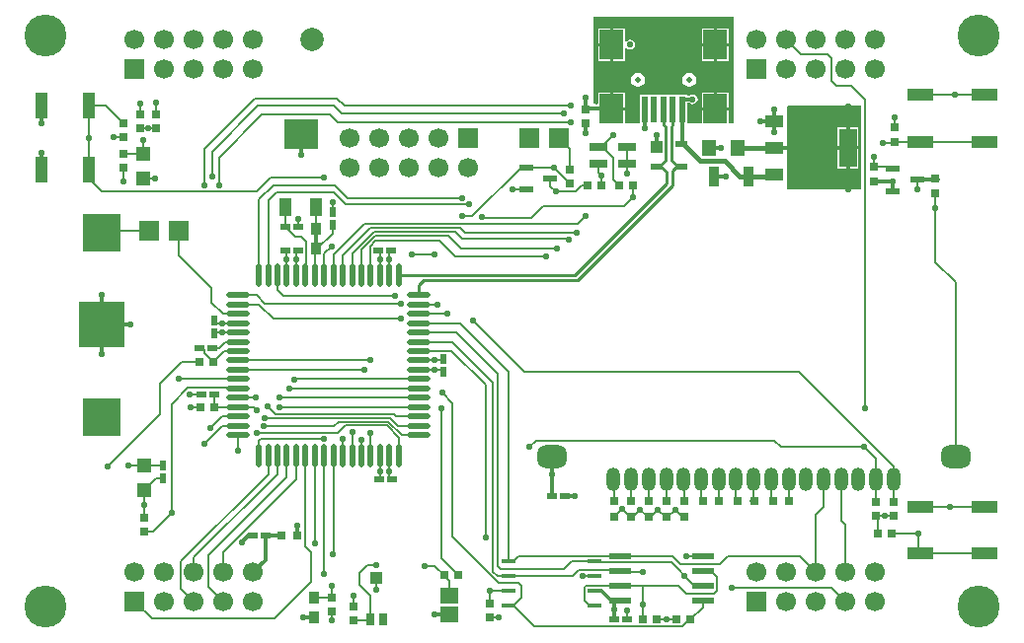
<source format=gtl>
%FSLAX43Y43*%
%MOMM*%
G71*
G01*
G75*
G04 Layer_Physical_Order=1*
G04 Layer_Color=255*
%ADD10R,0.762X0.762*%
%ADD11R,0.762X0.762*%
%ADD12R,1.200X1.200*%
%ADD13O,0.550X2.000*%
%ADD14O,2.000X0.550*%
%ADD15R,0.950X1.000*%
%ADD16R,3.200X3.200*%
%ADD17R,4.000X4.000*%
%ADD18R,1.500X0.800*%
%ADD19R,0.650X0.800*%
%ADD20R,0.600X0.900*%
%ADD21R,1.000X1.000*%
%ADD22R,0.800X1.000*%
%ADD23R,0.900X0.600*%
%ADD24R,0.700X0.700*%
%ADD25R,0.800X0.650*%
%ADD26R,1.300X0.600*%
%ADD27R,1.500X0.990*%
%ADD28R,1.500X3.280*%
%ADD29R,0.500X2.300*%
%ADD30R,2.000X2.500*%
%ADD31R,1.100X0.600*%
%ADD32R,1.100X1.000*%
%ADD33R,0.950X1.750*%
%ADD34R,1.000X1.600*%
%ADD35R,3.000X2.500*%
%ADD36R,1.950X0.600*%
%ADD37R,1.500X1.350*%
%ADD38R,1.150X1.350*%
%ADD39R,1.000X2.250*%
%ADD40R,1.300X0.450*%
%ADD41R,2.250X1.000*%
%ADD42C,0.175*%
%ADD43C,0.350*%
%ADD44C,0.400*%
%ADD45C,0.300*%
%ADD46C,0.229*%
%ADD47C,0.200*%
%ADD48R,0.300X0.900*%
%ADD49C,1.700*%
%ADD50R,1.700X1.700*%
%ADD51C,0.500*%
%ADD52C,3.600*%
%ADD53C,2.000*%
%ADD54O,1.200X2.000*%
G04:AMPARAMS|DCode=55|XSize=2.5mm|YSize=2mm|CornerRadius=0.7mm|HoleSize=0mm|Usage=FLASHONLY|Rotation=0.000|XOffset=0mm|YOffset=0mm|HoleType=Round|Shape=RoundedRectangle|*
%AMROUNDEDRECTD55*
21,1,2.500,0.600,0,0,0.0*
21,1,1.100,2.000,0,0,0.0*
1,1,1.400,0.550,-0.300*
1,1,1.400,-0.550,-0.300*
1,1,1.400,-0.550,0.300*
1,1,1.400,0.550,0.300*
%
%ADD55ROUNDEDRECTD55*%
%ADD56C,0.550*%
G36*
X61500Y44000D02*
X61500Y44000D01*
X61500Y44000D01*
X61100D01*
Y45123D01*
X58800D01*
Y44000D01*
X57500D01*
Y45744D01*
X57731D01*
X57834Y45675D01*
X58000Y45642D01*
X58166Y45675D01*
X58306Y45769D01*
X58400Y45909D01*
X58433Y46075D01*
X58400Y46241D01*
X58306Y46381D01*
X58166Y46475D01*
X58000Y46508D01*
X57834Y46475D01*
X57731Y46406D01*
X57500D01*
Y46450D01*
X55900D01*
D01*
X55900Y46450D01*
X55900D01*
Y46450D01*
D01*
X55100D01*
D01*
X55100Y46450D01*
X55100D01*
Y46450D01*
D01*
X53500D01*
Y44000D01*
X52200D01*
Y45123D01*
X51050D01*
Y45250D01*
X50923D01*
Y46650D01*
X49900D01*
Y45670D01*
X49788Y45610D01*
X49691Y45675D01*
X49525Y45708D01*
X49500Y45729D01*
X49500Y53125D01*
X49500Y53125D01*
X61500D01*
Y44000D01*
D02*
G37*
G36*
X72475Y38298D02*
X66125D01*
Y45482D01*
X66140Y45498D01*
X72475D01*
Y38298D01*
D02*
G37*
%LPC*%
G36*
X52200Y46650D02*
X51177D01*
Y45377D01*
X52200D01*
Y46650D01*
D02*
G37*
G36*
X59823D02*
X58800D01*
Y45377D01*
X59823D01*
Y46650D01*
D02*
G37*
G36*
X61100D02*
X60077D01*
Y45377D01*
X61100D01*
Y46650D01*
D02*
G37*
G36*
X72200Y41763D02*
X71427D01*
Y40100D01*
X72200D01*
Y41763D01*
D02*
G37*
G36*
X71173D02*
X70400D01*
Y40100D01*
X71173D01*
Y41763D01*
D02*
G37*
G36*
X72200Y43680D02*
X71427D01*
Y42017D01*
X72200D01*
Y43680D01*
D02*
G37*
G36*
X71173D02*
X70400D01*
Y42017D01*
X71173D01*
Y43680D01*
D02*
G37*
G36*
X50923Y52150D02*
X49900D01*
Y50877D01*
X50923D01*
Y52150D01*
D02*
G37*
G36*
X52200D02*
X51177D01*
Y50750D01*
Y49350D01*
X52200D01*
Y50440D01*
X52322Y50477D01*
X52344Y50444D01*
X52484Y50350D01*
X52650Y50317D01*
X52816Y50350D01*
X52956Y50444D01*
X53050Y50584D01*
X53083Y50750D01*
X53050Y50916D01*
X52956Y51056D01*
X52816Y51150D01*
X52650Y51183D01*
X52484Y51150D01*
X52344Y51056D01*
X52322Y51023D01*
X52200Y51060D01*
Y52150D01*
D02*
G37*
G36*
X61100D02*
X60077D01*
Y50877D01*
X61100D01*
Y52150D01*
D02*
G37*
G36*
X59823D02*
X58800D01*
Y50877D01*
X59823D01*
Y52150D01*
D02*
G37*
G36*
X61100Y50623D02*
X60077D01*
Y49350D01*
X61100D01*
Y50623D01*
D02*
G37*
G36*
X57700Y48362D02*
X57466Y48315D01*
X57267Y48183D01*
X57135Y47984D01*
X57088Y47750D01*
X57135Y47516D01*
X57267Y47317D01*
X57466Y47185D01*
X57700Y47138D01*
X57934Y47185D01*
X58133Y47317D01*
X58265Y47516D01*
X58312Y47750D01*
X58265Y47984D01*
X58133Y48183D01*
X57934Y48315D01*
X57700Y48362D01*
D02*
G37*
G36*
X53300D02*
X53066Y48315D01*
X52867Y48183D01*
X52735Y47984D01*
X52688Y47750D01*
X52735Y47516D01*
X52867Y47317D01*
X53066Y47185D01*
X53300Y47138D01*
X53534Y47185D01*
X53733Y47317D01*
X53865Y47516D01*
X53912Y47750D01*
X53865Y47984D01*
X53733Y48183D01*
X53534Y48315D01*
X53300Y48362D01*
D02*
G37*
G36*
X59823Y50623D02*
X58800D01*
Y49350D01*
X59823D01*
Y50623D01*
D02*
G37*
G36*
X50923D02*
X49900D01*
Y49350D01*
X50923D01*
Y50623D01*
D02*
G37*
%LPD*%
D10*
X64875Y11600D02*
D03*
X66272D02*
D03*
X60272D02*
D03*
X58875D02*
D03*
X61875D02*
D03*
X63272D02*
D03*
D11*
X57250Y10203D02*
D03*
Y11600D02*
D03*
X55750D02*
D03*
Y10203D02*
D03*
X54250D02*
D03*
Y11600D02*
D03*
X52750D02*
D03*
Y10203D02*
D03*
X51250Y10206D02*
D03*
Y11603D02*
D03*
D12*
X10930Y14600D02*
D03*
Y12500D02*
D03*
X10900Y41350D02*
D03*
Y39250D02*
D03*
D13*
X20800Y15500D02*
D03*
X21600D02*
D03*
X22400D02*
D03*
X23200D02*
D03*
X24000D02*
D03*
X24800D02*
D03*
X25600D02*
D03*
X26400D02*
D03*
X27200D02*
D03*
X28000D02*
D03*
X28800D02*
D03*
X29600D02*
D03*
X30400D02*
D03*
X31200D02*
D03*
X32000D02*
D03*
X32800D02*
D03*
X32800Y31000D02*
D03*
X32000D02*
D03*
X31200D02*
D03*
X30400D02*
D03*
X29600D02*
D03*
X28800D02*
D03*
X28000D02*
D03*
X27200D02*
D03*
X26400D02*
D03*
X25600D02*
D03*
X24800D02*
D03*
X24000D02*
D03*
X23200D02*
D03*
X22400D02*
D03*
X21600D02*
D03*
X20800D02*
D03*
D14*
X34550Y17250D02*
D03*
Y18050D02*
D03*
Y18850D02*
D03*
Y19650D02*
D03*
Y20450D02*
D03*
Y21250D02*
D03*
Y22050D02*
D03*
Y22850D02*
D03*
Y23650D02*
D03*
Y24450D02*
D03*
Y25250D02*
D03*
Y26050D02*
D03*
Y26850D02*
D03*
Y27650D02*
D03*
Y28450D02*
D03*
Y29250D02*
D03*
X19050Y29250D02*
D03*
Y28450D02*
D03*
Y27650D02*
D03*
Y26850D02*
D03*
Y26050D02*
D03*
Y25250D02*
D03*
Y24450D02*
D03*
Y23650D02*
D03*
Y22850D02*
D03*
Y22050D02*
D03*
Y21250D02*
D03*
Y20450D02*
D03*
Y19650D02*
D03*
Y18850D02*
D03*
Y18050D02*
D03*
Y17250D02*
D03*
D15*
X25700Y33250D02*
D03*
Y34950D02*
D03*
X25525Y1550D02*
D03*
Y3250D02*
D03*
D16*
X7300Y18800D02*
D03*
Y34600D02*
D03*
D17*
Y26700D02*
D03*
D18*
X52400Y40500D02*
D03*
X49900D02*
D03*
Y42000D02*
D03*
X52400D02*
D03*
D19*
X48800Y44000D02*
D03*
Y45200D02*
D03*
X9200Y44000D02*
D03*
Y42800D02*
D03*
X27037Y2107D02*
D03*
Y3307D02*
D03*
X28925Y1350D02*
D03*
Y2550D02*
D03*
X40617Y1583D02*
D03*
Y2783D02*
D03*
X78800Y38025D02*
D03*
Y39225D02*
D03*
X75225Y10275D02*
D03*
Y11475D02*
D03*
X73725Y10275D02*
D03*
Y11475D02*
D03*
X47500Y38800D02*
D03*
Y40000D02*
D03*
X10930Y8950D02*
D03*
Y10150D02*
D03*
X73535Y39050D02*
D03*
Y40250D02*
D03*
X9200Y40200D02*
D03*
Y41400D02*
D03*
X10600Y43600D02*
D03*
Y44800D02*
D03*
X12000Y43600D02*
D03*
Y44800D02*
D03*
X75300Y42425D02*
D03*
Y43625D02*
D03*
D20*
X27100Y35250D02*
D03*
Y36350D02*
D03*
X36600Y23800D02*
D03*
Y22700D02*
D03*
X17000Y26000D02*
D03*
Y27100D02*
D03*
X12600Y14650D02*
D03*
Y13550D02*
D03*
D21*
X30900Y4975D02*
D03*
D22*
X31450Y1425D02*
D03*
X30350D02*
D03*
D23*
X20250Y8600D02*
D03*
X21350D02*
D03*
X52367Y1433D02*
D03*
X51267D02*
D03*
X23050Y33050D02*
D03*
X24150D02*
D03*
X31050D02*
D03*
X32150D02*
D03*
X32250Y13450D02*
D03*
X31150D02*
D03*
X16950Y20750D02*
D03*
X15850D02*
D03*
X15750Y24700D02*
D03*
X16850D02*
D03*
X23050Y35100D02*
D03*
X24150D02*
D03*
X45925Y12025D02*
D03*
X47025D02*
D03*
D24*
X24100Y8600D02*
D03*
X22700D02*
D03*
D25*
X54917Y1383D02*
D03*
X53717D02*
D03*
X56617D02*
D03*
X57817D02*
D03*
X49000Y38700D02*
D03*
X50200D02*
D03*
X52900D02*
D03*
X51700D02*
D03*
X15800Y19650D02*
D03*
X17000D02*
D03*
X37875Y5225D02*
D03*
X36675D02*
D03*
X16900Y23500D02*
D03*
X15700D02*
D03*
X75100Y8800D02*
D03*
X73900D02*
D03*
D26*
X77225Y39150D02*
D03*
X75125Y38200D02*
D03*
Y40100D02*
D03*
X43700Y40200D02*
D03*
Y38300D02*
D03*
X45800Y39250D02*
D03*
D27*
X65000Y44180D02*
D03*
Y41890D02*
D03*
Y39600D02*
D03*
D28*
X71300Y41890D02*
D03*
D29*
X53900Y45150D02*
D03*
X54700D02*
D03*
X55500D02*
D03*
X56300D02*
D03*
X57100D02*
D03*
D30*
X51050Y45250D02*
D03*
X59950D02*
D03*
X51050Y50750D02*
D03*
X59950D02*
D03*
D31*
X57000Y42200D02*
D03*
Y40300D02*
D03*
X54900D02*
D03*
D32*
Y42000D02*
D03*
D33*
X59850Y39425D02*
D03*
X62800D02*
D03*
D34*
X23100Y36800D02*
D03*
X25700D02*
D03*
D35*
X24400Y43050D02*
D03*
D36*
X51742Y6838D02*
D03*
Y5568D02*
D03*
Y4298D02*
D03*
Y3027D02*
D03*
X58892Y6838D02*
D03*
Y5568D02*
D03*
Y4298D02*
D03*
Y3027D02*
D03*
D37*
X37175Y1800D02*
D03*
Y3450D02*
D03*
D38*
X61875Y41925D02*
D03*
X59375D02*
D03*
D39*
X6200Y40000D02*
D03*
Y45500D02*
D03*
X2200D02*
D03*
Y40000D02*
D03*
D40*
X49617Y6388D02*
D03*
Y5118D02*
D03*
Y3848D02*
D03*
Y2578D02*
D03*
X42217D02*
D03*
Y3848D02*
D03*
Y5118D02*
D03*
Y6388D02*
D03*
D41*
X77550Y7050D02*
D03*
X83050D02*
D03*
Y11050D02*
D03*
X77550D02*
D03*
Y42425D02*
D03*
X83050D02*
D03*
Y46425D02*
D03*
X77550D02*
D03*
D42*
X30900Y3950D02*
Y4975D01*
X30125Y6075D02*
X30900D01*
X29425Y5375D02*
X30125Y6075D01*
X29425Y4375D02*
Y5375D01*
Y4375D02*
X30350Y3450D01*
Y1425D02*
Y3450D01*
X65975Y11600D02*
X66225Y11850D01*
X52763Y10116D02*
X53500Y10853D01*
X51975Y10903D02*
X52713Y10165D01*
X54025Y10328D02*
X54475D01*
X52713Y10165D02*
X52763Y10116D01*
X28925Y2550D02*
Y3425D01*
Y1350D02*
X30275D01*
X11980Y13550D02*
X12600D01*
X10930Y12500D02*
X11980Y13550D01*
X32694Y18050D02*
X34550D01*
X32032Y18712D02*
X32694Y18050D01*
X32575Y18850D02*
X34550D01*
X32388Y19038D02*
X32575Y18850D01*
X22200Y19038D02*
X32388D01*
X28000Y15500D02*
Y16924D01*
X22925Y29150D02*
X32450D01*
X22400Y29675D02*
X22925Y29150D01*
X22400Y29675D02*
Y31000D01*
X53717Y1383D02*
Y4298D01*
X51742D02*
X53717D01*
X40617Y3848D02*
X42217D01*
X40617Y2783D02*
Y3848D01*
X20338Y19650D02*
X20625Y19362D01*
X19050Y19650D02*
X20338D01*
X20500Y20450D02*
X20500Y20450D01*
X29600Y33145D02*
X30805Y34350D01*
X29600Y31000D02*
Y33145D01*
X28800Y32805D02*
X30670Y34675D01*
X28800Y31000D02*
Y32805D01*
X27200Y31000D02*
Y32725D01*
X30362Y31038D02*
Y33448D01*
Y31038D02*
X30400Y31000D01*
X27250Y17975D02*
X27663Y18388D01*
X28212Y18062D02*
X31763D01*
X27600Y17450D02*
X28212Y18062D01*
X20650Y17450D02*
X27600D01*
X17640Y18850D02*
X19050D01*
X16625Y17835D02*
X17640Y18850D01*
X19050Y15900D02*
Y17250D01*
X28800Y15500D02*
Y17499D01*
X27663Y18388D02*
X31897D01*
X31763Y18062D02*
X32800Y17025D01*
X31897Y18388D02*
X33035Y17250D01*
X27175Y7000D02*
X27200Y7025D01*
Y15500D01*
X10160Y2940D02*
X11640Y1460D01*
X26400Y5325D02*
Y15500D01*
X25600Y7935D02*
Y15500D01*
X16475Y4245D02*
X17780Y2940D01*
X16475Y4245D02*
Y6925D01*
X17780Y5480D02*
Y7216D01*
X16475Y6925D02*
X23200Y13650D01*
Y15500D01*
X22400Y13885D02*
Y15500D01*
X15240Y6725D02*
X22400Y13885D01*
X15240Y5480D02*
Y6725D01*
X17780Y7216D02*
X24000Y13436D01*
X14125Y6394D02*
X21600Y13869D01*
X14125Y4055D02*
Y6394D01*
Y4055D02*
X15240Y2940D01*
X21600Y13869D02*
Y15500D01*
X24000Y13436D02*
Y15500D01*
X47613Y6388D02*
X49617D01*
X46956Y5731D02*
X47613Y6388D01*
X48245Y5620D02*
X51690D01*
X47743Y5118D02*
X48245Y5620D01*
X41257Y5118D02*
X47743D01*
X41519Y5731D02*
X46956D01*
X41250Y6000D02*
X41519Y5731D01*
X40875Y5500D02*
X41257Y5118D01*
X40875Y5500D02*
Y21775D01*
X37725Y26050D02*
X41250Y22525D01*
Y6000D02*
Y22525D01*
X37400Y25250D02*
X40875Y21775D01*
X40275Y8450D02*
Y21550D01*
X38075Y26850D02*
X42217Y22708D01*
Y6388D02*
Y22708D01*
X37338Y24487D02*
X40275Y21550D01*
X34588Y24487D02*
X37338D01*
X34550Y24450D02*
X34588Y24487D01*
X34550Y25250D02*
X37400D01*
X34550Y26050D02*
X37725D01*
X34550Y26850D02*
X38075D01*
X43575Y22700D02*
X67075D01*
X51690Y5620D02*
X51810Y5500D01*
X53725D01*
X61350Y4150D02*
X69910D01*
X71120Y2940D01*
X67210Y6850D02*
X68580Y5480D01*
X60975Y6850D02*
X67210D01*
X60300Y6175D02*
X60975Y6850D01*
X56925Y6175D02*
X60300D01*
X56263Y6838D02*
X56925Y6175D01*
X51742Y6838D02*
X56263D01*
X51730Y6850D02*
X51742Y6838D01*
X71120Y5480D02*
Y9505D01*
X27100Y36350D02*
Y37250D01*
Y34563D02*
Y35250D01*
X25787Y33250D02*
X27100Y34563D01*
X25700Y33250D02*
X25787D01*
X25700Y36800D02*
X25700Y36800D01*
X25700Y34950D02*
Y36800D01*
X25600Y33150D02*
X25700Y33250D01*
X25600Y31000D02*
Y33150D01*
X23889Y34275D02*
X24400D01*
X23050Y35114D02*
Y36750D01*
Y35114D02*
X23889Y34275D01*
X24837Y31038D02*
Y33838D01*
X24400Y34275D02*
X24837Y33838D01*
X23050Y36750D02*
X23100Y36800D01*
X24800Y31000D02*
X24837Y31038D01*
X10930Y10150D02*
Y11201D01*
Y12500D01*
X52900Y37675D02*
Y38700D01*
X47500Y38800D02*
Y38836D01*
X46136Y40200D02*
X47500Y38836D01*
X48480Y38700D02*
X49000D01*
X47930Y38150D02*
X48480Y38700D01*
X46250Y38150D02*
X47930D01*
X45800Y38600D02*
X46250Y38150D01*
X45800Y38600D02*
Y39250D01*
X52400Y40500D02*
Y42000D01*
X49900Y39800D02*
Y40500D01*
Y39800D02*
X50200Y39500D01*
Y38700D02*
Y39500D01*
X50250Y42000D02*
X51200Y41050D01*
Y39200D02*
Y41050D01*
Y39200D02*
X51700Y38700D01*
X47500Y41770D02*
X47500Y40000D01*
X46570Y42700D02*
X47500Y41770D01*
X9600Y14600D02*
X10930D01*
X6200Y42725D02*
Y45500D01*
X34550Y23650D02*
X35900D01*
X36450D01*
X36600Y23800D01*
X34550Y22850D02*
X35900D01*
Y22850D02*
X36450D01*
X36600Y22700D01*
X32000Y31000D02*
Y32350D01*
X32000D02*
Y32900D01*
X32150Y33050D01*
X31200Y31000D02*
Y32350D01*
Y32900D01*
X31050Y33050D02*
X31200Y32900D01*
X32000Y14150D02*
Y15500D01*
X32000Y13700D02*
Y14150D01*
Y13700D02*
X32250Y13450D01*
X31200Y14150D02*
Y15500D01*
Y13500D02*
Y14150D01*
X31150Y13450D02*
X31200Y13500D01*
X17700Y26850D02*
X19050D01*
X17250D02*
X17700D01*
X17000Y27100D02*
X17250Y26850D01*
X17700Y26050D02*
X19050D01*
X17700Y26050D02*
X17700Y26050D01*
X17050Y26050D02*
X17700D01*
X17000Y26000D02*
X17050Y26050D01*
X23200Y31000D02*
Y32350D01*
X23200Y32350D01*
Y32900D01*
X23050Y33050D02*
X23200Y32900D01*
X24000Y31000D02*
Y32350D01*
X24000Y32350D01*
Y32900D01*
X24150Y33050D01*
X19050Y20450D02*
X20500D01*
X16950Y19700D02*
Y20750D01*
Y19700D02*
X17000Y19650D01*
X19050D01*
X19050Y19650D01*
X14900Y20750D02*
X15850D01*
X14950Y19650D02*
X15800D01*
X51250Y11428D02*
Y13378D01*
X52750Y11428D02*
Y13378D01*
X54250Y11428D02*
Y13378D01*
X55750Y11428D02*
Y13378D01*
X57250Y11428D02*
Y13378D01*
X58725Y11750D02*
Y13400D01*
Y11750D02*
X58875Y11600D01*
X60225Y11850D02*
Y13400D01*
X59975Y11600D02*
X60225Y11850D01*
X61725Y11750D02*
Y13400D01*
Y11750D02*
X61875Y11600D01*
X63225Y11850D02*
Y13400D01*
X62975Y11600D02*
X63225Y11850D01*
X64725Y11750D02*
Y13400D01*
Y11750D02*
X64875Y11600D01*
X66225Y11850D02*
Y13400D01*
X51947Y10903D02*
X51975D01*
X42525Y38300D02*
X43700D01*
X73725Y11475D02*
Y13375D01*
X75225Y11475D02*
Y13375D01*
X73535Y40250D02*
X74975D01*
X75125Y40100D01*
X57472Y6838D02*
X58892D01*
X57467Y6833D02*
X57472Y6838D01*
X48577Y5118D02*
X49617D01*
X48567Y5108D02*
X48577Y5118D01*
X42217Y6388D02*
X42597D01*
X43060Y6850D01*
X51730D01*
X51690Y5620D02*
X51742Y5568D01*
X49617Y6388D02*
X49705Y6300D01*
X56150D02*
X58153Y4298D01*
X58892D01*
X49705Y6300D02*
X56150D01*
X48730Y4171D02*
X48869Y4310D01*
X51730D02*
X51742Y4298D01*
X48869Y4310D02*
X51730D01*
X54917Y1383D02*
X55743D01*
X56617D01*
X57817D02*
X58892Y2458D01*
Y3027D01*
X57678Y1383D02*
X57817D01*
X57116Y820D02*
X57678Y1383D01*
X42647Y2578D02*
X44405Y820D01*
X57116D01*
X40617Y1583D02*
X41342D01*
X52367Y1433D02*
Y2208D01*
X48730Y3045D02*
Y4171D01*
Y3045D02*
X49197Y2578D01*
X49617D01*
X59863Y3658D02*
X60105Y3899D01*
X58892Y5568D02*
X59557D01*
X60105Y5020D01*
Y3899D02*
Y5020D01*
X51742Y4298D02*
X56803D01*
X57442Y3658D01*
X59863D01*
X37175Y3450D02*
Y4725D01*
X36675Y5225D02*
X37175Y4725D01*
X27037Y1320D02*
Y2107D01*
Y1320D02*
X27050Y1307D01*
X25525Y3250D02*
X26980D01*
X27037Y3307D01*
X17850Y24450D02*
X19050D01*
X16900Y23500D02*
X17850Y24450D01*
X32800Y15500D02*
Y17025D01*
X33035Y17250D02*
X34550D01*
Y28450D02*
X36125D01*
X36125Y28450D01*
X34550Y27650D02*
X36925D01*
X19013Y21288D02*
X19050Y21250D01*
X14713Y21288D02*
X19013D01*
X13300Y19875D02*
X14713Y21288D01*
X13900Y32700D02*
X16750Y29850D01*
Y28625D02*
Y29850D01*
Y28625D02*
X17725Y27650D01*
X19050D01*
X17650Y18050D02*
X19050D01*
X21225Y17975D02*
X27250D01*
X21275Y18725D02*
X21288Y18712D01*
X32032D01*
X21562Y19675D02*
X22200Y19038D01*
X19050Y22850D02*
X29875D01*
X19050Y23650D02*
X30400D01*
X19050Y28450D02*
X20825D01*
X22025Y27250D01*
X31775D01*
X19050Y29250D02*
X20600D01*
X21300Y28550D01*
X33000D01*
X39200Y27075D02*
X43575Y22700D01*
X22575Y19650D02*
X34550D01*
X22550Y19625D02*
X22575Y19650D01*
X22600Y20450D02*
X34550D01*
X22575Y20425D02*
X22600Y20450D01*
X23450Y21250D02*
X34550D01*
X23425Y21225D02*
X23450Y21250D01*
X23850Y22050D02*
X34550D01*
X23825Y22025D02*
X23850Y22050D01*
X14175Y23500D02*
X15700D01*
X7800Y14500D02*
X12300Y19000D01*
Y21625D01*
X14175Y23500D01*
X13900Y22050D02*
X19050D01*
X13900Y22050D02*
X13900Y22050D01*
X10930Y8950D02*
X11700D01*
X13300Y10550D01*
Y19875D01*
X10930Y14600D02*
X12550D01*
X12600Y14650D01*
X26400Y31000D02*
X26413Y31013D01*
Y32812D01*
X27025Y33425D01*
X6200Y39250D02*
X7325Y38125D01*
X27037Y3307D02*
Y4288D01*
X27025Y4300D02*
X27037Y4288D01*
X35900Y6000D02*
X36675Y5225D01*
X35000Y6000D02*
X35900D01*
X16100Y16500D02*
X17650Y18050D01*
X11640Y1460D02*
X22110D01*
X24800Y7671D02*
Y15500D01*
Y7671D02*
X25300Y7171D01*
X22110Y1460D02*
X25300Y4650D01*
Y7171D01*
X31775Y27250D02*
X31775Y27250D01*
X33000D01*
X36475Y6625D02*
Y19500D01*
Y6625D02*
X37875Y5225D01*
X37375Y8540D02*
Y20000D01*
X36513Y20862D02*
X37375Y20000D01*
Y8540D02*
X41365Y4550D01*
X43050D01*
X43325Y4275D01*
X42647Y2578D02*
X43325Y3255D01*
Y4275D01*
X20800Y15500D02*
Y16750D01*
X20976Y16926D01*
X26401D01*
X9175Y39025D02*
Y40425D01*
X10900Y42525D02*
Y42550D01*
X10900Y42550D02*
X10900Y42550D01*
X8350Y42800D02*
X9200D01*
X6200Y45500D02*
X7700D01*
X9200Y44000D01*
Y41400D02*
X10850D01*
X10900Y41350D01*
Y42550D01*
Y39250D02*
X11925D01*
X49900Y42000D02*
X50150D01*
X51150Y43000D01*
X24075Y9475D02*
X24100Y9450D01*
X13900Y32700D02*
Y34800D01*
X7500D02*
X11360D01*
X7300Y34600D02*
X7500Y34800D01*
X10600Y43600D02*
X11225D01*
X11225Y43600D01*
X11225Y43600D01*
X11300D01*
X12000D01*
X10600Y44800D02*
Y45689D01*
X10606Y45694D01*
X12000Y44800D02*
Y45750D01*
X11990Y45760D02*
X12000Y45750D01*
X27550Y44100D02*
X47550D01*
X28130Y45500D02*
X47550D01*
X27862Y44852D02*
X46977D01*
X26900Y44750D02*
X27550Y44100D01*
X27480Y46150D02*
X28130Y45500D01*
X27212Y45502D02*
X27862Y44852D01*
X21050Y44750D02*
X26900D01*
X20738Y45502D02*
X27212D01*
X20470Y46150D02*
X27480D01*
X17375Y41075D02*
X21050Y44750D01*
X16793Y41557D02*
X20738Y45502D01*
X16100Y41780D02*
X20470Y46150D01*
X7325Y38125D02*
X20600D01*
X21850Y39375D01*
X26400D01*
X17375Y38675D02*
Y41075D01*
X16793Y39418D02*
Y41557D01*
X16775Y39400D02*
X16793Y39418D01*
X16100Y38700D02*
Y41780D01*
X72775Y19575D02*
Y46003D01*
X66040Y51200D02*
X67310Y49930D01*
X69520D01*
X69875Y49575D01*
X71598Y47180D02*
X72775Y46003D01*
X69875Y47655D02*
Y49575D01*
Y47655D02*
X70350Y47180D01*
X71598D01*
X30400Y15500D02*
Y17400D01*
X29600Y15500D02*
Y16849D01*
Y16924D01*
X43275Y40200D02*
X46136D01*
X27200Y32725D02*
X29875Y35400D01*
X38275Y36025D02*
X39100D01*
X43275Y40200D01*
X33900Y32775D02*
X35850D01*
X24150Y35100D02*
Y35800D01*
Y35875D01*
X6200Y39250D02*
Y40000D01*
Y42725D01*
X51250Y10206D02*
X51947Y10903D01*
X53500Y10853D02*
X54025Y10328D01*
X54475D02*
X55000Y10853D01*
X57150Y10203D02*
X57250D01*
X56500Y10853D02*
X57150Y10203D01*
X55850D02*
X56500Y10853D01*
X55000D02*
X55650Y10203D01*
X55750D01*
X55850D01*
X68580Y5480D02*
Y10405D01*
X69225Y11050D01*
Y13450D01*
X70725Y9900D02*
X71120Y9505D01*
X70725Y9900D02*
Y13450D01*
X72725Y16200D02*
X73725Y15200D01*
Y13450D02*
Y15200D01*
X67075Y22700D02*
X75225Y14550D01*
Y13450D02*
Y14550D01*
Y13450D02*
X75525Y13150D01*
Y12675D02*
Y13150D01*
X64969Y16775D02*
X65544Y16200D01*
X72725D01*
X44000D02*
X44575Y16775D01*
X64969D01*
X30362Y33448D02*
X30814Y33900D01*
X36325D01*
X37625Y32600D01*
X45450D01*
X30805Y34350D02*
X37075D01*
X38150Y33275D01*
X46400D01*
X28000Y31000D02*
Y32675D01*
X30350Y35025D01*
X38263Y34062D02*
X47362D01*
X30670Y34675D02*
X37650D01*
X38263Y34062D01*
X30350Y35025D02*
X38075D01*
X38475Y34625D01*
X48075D01*
X39894Y35938D02*
X39969Y35862D01*
X52125Y36900D02*
X52900Y37675D01*
X39969Y35862D02*
X44162D01*
X45200Y36900D01*
X52125D01*
X16100Y24300D02*
X16900Y23500D01*
X16100Y24300D02*
Y24600D01*
X16000Y24700D02*
X16100Y24600D01*
X15750Y24700D02*
X16000D01*
X16850D02*
X17400D01*
X17950Y25250D01*
X19050D01*
X29875Y35400D02*
X48150D01*
X48825Y36075D01*
X75100Y8800D02*
X77325D01*
Y7275D02*
Y8800D01*
X73900D02*
Y10100D01*
X73725Y10275D02*
X74475D01*
X75225D01*
X52400Y39675D02*
Y40500D01*
X77550Y7050D02*
X83050D01*
X77550Y11050D02*
X80075D01*
X83050D01*
X77275Y38300D02*
Y39100D01*
X77325Y39050D01*
X77225Y39150D02*
X77275Y39100D01*
X74300Y42350D02*
X75225D01*
X75300Y42425D02*
X77550D01*
X83050D01*
X75225Y42350D02*
X75300Y42425D01*
X80450Y46425D02*
X83050D01*
X77550D02*
X80450D01*
X75300Y43625D02*
Y44525D01*
X73500Y40285D02*
Y41150D01*
X21600Y31000D02*
Y37425D01*
X22275Y38100D01*
X27190D01*
X22025Y38700D02*
X27325D01*
X20800Y37475D02*
X22025Y38700D01*
X20800Y31000D02*
Y37475D01*
X38812Y37088D02*
X38825Y37100D01*
X28203Y37088D02*
X38812D01*
X27190Y38100D02*
X28203Y37088D01*
X27325Y38700D02*
X28425Y37600D01*
X38200D01*
D43*
X57100Y46075D02*
X58000D01*
X57100Y42300D02*
Y45150D01*
X53900Y43550D02*
Y45150D01*
D44*
X57100Y42300D02*
X58650Y40750D01*
X60725D01*
X62800Y39425D02*
X65000D01*
X62050D02*
X62800D01*
X60725Y40750D02*
X62050Y39425D01*
X62100Y41925D02*
X64965D01*
D45*
X7300Y24200D02*
Y26700D01*
Y29250D02*
X7325Y29275D01*
X7300Y26700D02*
Y29250D01*
Y26700D02*
X9750D01*
X2200Y40000D02*
Y41475D01*
Y44025D02*
Y45500D01*
X64965Y41925D02*
X65000Y41890D01*
X64825Y39425D02*
X65000Y39600D01*
Y41890D02*
X66603D01*
X54900Y42000D02*
Y43000D01*
X59850Y39425D02*
X60825D01*
X66603Y41890D02*
X68153D01*
X69628D01*
X71300D01*
X65000Y43250D02*
Y44180D01*
X71300Y38315D02*
Y41890D01*
Y45465D01*
X48800Y43150D02*
Y44000D01*
Y45200D02*
X48850Y45250D01*
X51050D01*
X63830Y44180D02*
X65000D01*
Y45200D01*
X73535Y39050D02*
X75134D01*
X75134Y39050D01*
X75134Y38209D02*
Y39050D01*
X75125Y38200D02*
X75134Y38209D01*
X45925Y13875D02*
Y15325D01*
X47025Y12025D02*
X47925D01*
X45925D02*
Y13875D01*
X49617Y3848D02*
X50202D01*
X51267Y2783D01*
X35900Y1800D02*
X37175D01*
X35875Y1825D02*
X35900Y1800D01*
X24600Y1550D02*
X25525D01*
X20320Y5480D02*
X21350Y6510D01*
Y8600D01*
X22700D01*
X24100D02*
Y9450D01*
X19326Y8038D02*
X19889Y8600D01*
X20250D01*
X24400Y41275D02*
Y43050D01*
X59150Y41925D02*
X59375D01*
X60400D01*
X51267Y1433D02*
Y2233D01*
Y2783D01*
X77225Y39150D02*
X79035D01*
X48800Y45200D02*
Y46175D01*
D46*
X32800Y31000D02*
X47900D01*
X34550Y29250D02*
Y30125D01*
X34946Y30521D01*
X48098D01*
X47900Y31000D02*
X55750Y38850D01*
X48098Y30521D02*
X56229Y38652D01*
Y39917D01*
X55750Y38850D02*
Y39825D01*
X55500Y43877D02*
Y45150D01*
Y43877D02*
X55715Y43663D01*
X55275Y40300D02*
X55750Y39825D01*
X54900Y40300D02*
X55150D01*
X55715Y40864D01*
Y43663D01*
X56229Y39917D02*
X56612Y40300D01*
X56186Y40840D02*
X56725Y40300D01*
X57000D01*
X56186Y40840D02*
Y43736D01*
X56300Y43850D01*
Y45150D01*
D47*
X78800Y32075D02*
X80525Y30350D01*
Y15400D02*
Y30350D01*
X78800Y32075D02*
Y38025D01*
D48*
X25700Y34100D02*
D03*
D49*
X38780Y40155D02*
D03*
X36240D02*
D03*
Y42695D02*
D03*
X33700Y40155D02*
D03*
Y42695D02*
D03*
X31160Y40155D02*
D03*
Y42695D02*
D03*
X28620D02*
D03*
Y40155D02*
D03*
X10160Y51200D02*
D03*
X12700D02*
D03*
Y48660D02*
D03*
X15240Y51200D02*
D03*
Y48660D02*
D03*
X17780Y51200D02*
D03*
Y48660D02*
D03*
X20320Y51200D02*
D03*
Y48660D02*
D03*
X73660D02*
D03*
Y51200D02*
D03*
X71120Y48660D02*
D03*
Y51200D02*
D03*
X68580Y48660D02*
D03*
Y51200D02*
D03*
X66040Y48660D02*
D03*
Y51200D02*
D03*
X63500D02*
D03*
X20320Y2940D02*
D03*
Y5480D02*
D03*
X17780Y2940D02*
D03*
Y5480D02*
D03*
X15240Y2940D02*
D03*
Y5480D02*
D03*
X12700Y2940D02*
D03*
Y5480D02*
D03*
X10160D02*
D03*
X73660Y2940D02*
D03*
Y5480D02*
D03*
X71120Y2940D02*
D03*
Y5480D02*
D03*
X68580Y2940D02*
D03*
Y5480D02*
D03*
X66040Y2940D02*
D03*
Y5480D02*
D03*
X63500D02*
D03*
D50*
X38780Y42695D02*
D03*
X10160Y48660D02*
D03*
X63500D02*
D03*
X10160Y2940D02*
D03*
X63500D02*
D03*
X44030Y42700D02*
D03*
X46570D02*
D03*
X13900Y34800D02*
D03*
X11360D02*
D03*
D51*
X53300Y47750D02*
D03*
X57700D02*
D03*
D52*
X82500Y2500D02*
D03*
Y51500D02*
D03*
X2500D02*
D03*
Y2500D02*
D03*
D53*
X25400Y51200D02*
D03*
D54*
X75225Y13450D02*
D03*
X73725D02*
D03*
X72225D02*
D03*
X70725D02*
D03*
X69225D02*
D03*
X67725D02*
D03*
X66225D02*
D03*
X64725D02*
D03*
X63225D02*
D03*
X61725D02*
D03*
X60225D02*
D03*
X58725D02*
D03*
X57225D02*
D03*
X55725D02*
D03*
X54225D02*
D03*
X52725D02*
D03*
X51225D02*
D03*
D55*
X80525Y15400D02*
D03*
X45925D02*
D03*
D56*
X30900Y3950D02*
D03*
X28925Y3425D02*
D03*
X28000Y16924D02*
D03*
X78825Y36725D02*
D03*
X72775Y19575D02*
D03*
X72725Y16200D02*
D03*
X53717Y2700D02*
D03*
X40617Y3848D02*
D03*
X20625Y19362D02*
D03*
X20500Y20450D02*
D03*
X21562Y19675D02*
D03*
X13300Y10550D02*
D03*
X29875Y22850D02*
D03*
X30400Y23650D02*
D03*
X28800Y17499D02*
D03*
X30400Y17400D02*
D03*
X29600Y16849D02*
D03*
X60400Y41925D02*
D03*
X27175Y7000D02*
D03*
X26400Y5325D02*
D03*
X25600Y7935D02*
D03*
X7300Y24200D02*
D03*
X7325Y29275D02*
D03*
X9750Y26700D02*
D03*
X57276Y5174D02*
D03*
X61350Y4150D02*
D03*
X53725Y5500D02*
D03*
X58000Y46075D02*
D03*
X53900Y43550D02*
D03*
X27100Y37250D02*
D03*
X24150Y35800D02*
D03*
X52900Y37675D02*
D03*
X46250Y38150D02*
D03*
X50200Y39500D02*
D03*
X6200Y42725D02*
D03*
X2200Y41475D02*
D03*
Y44025D02*
D03*
X54900Y43000D02*
D03*
X60825Y39425D02*
D03*
X63830Y44180D02*
D03*
X66603Y41890D02*
D03*
X68153D02*
D03*
X69628D02*
D03*
X71300Y38315D02*
D03*
Y45465D02*
D03*
X46136Y40200D02*
D03*
X7800Y14500D02*
D03*
X10930Y11201D02*
D03*
X9600Y14600D02*
D03*
X35900Y23650D02*
D03*
Y22850D02*
D03*
X32000Y14150D02*
D03*
X31200Y14150D02*
D03*
X17700Y26850D02*
D03*
Y26050D02*
D03*
X23200Y32350D02*
D03*
X24000D02*
D03*
X14900Y20750D02*
D03*
X14950Y19650D02*
D03*
X52650Y50750D02*
D03*
X48800Y43150D02*
D03*
X42525Y38300D02*
D03*
X65000Y45200D02*
D03*
Y43250D02*
D03*
X74475Y10275D02*
D03*
X75134Y39050D02*
D03*
X45925Y13875D02*
D03*
X47925Y12025D02*
D03*
X57467Y6833D02*
D03*
X48567Y5108D02*
D03*
X51267Y2233D02*
D03*
X55743Y1383D02*
D03*
X41342Y1583D02*
D03*
X52367Y2208D02*
D03*
X40275Y8450D02*
D03*
X35875Y1825D02*
D03*
X27050Y1307D02*
D03*
X24600Y1550D02*
D03*
X36125Y28450D02*
D03*
X36925Y27650D02*
D03*
X20650Y17450D02*
D03*
X21225Y17975D02*
D03*
X21275Y18725D02*
D03*
X22550Y19625D02*
D03*
X22575Y20425D02*
D03*
X23425Y21225D02*
D03*
X23825Y22025D02*
D03*
X13900Y22050D02*
D03*
X27025Y33425D02*
D03*
X26400Y39375D02*
D03*
X27025Y4300D02*
D03*
X30900Y6075D02*
D03*
X35000Y6000D02*
D03*
X24075Y9475D02*
D03*
X32450Y29150D02*
D03*
X33000Y28550D02*
D03*
X39200Y27075D02*
D03*
X33000Y27250D02*
D03*
X36475Y19500D02*
D03*
X36513Y20862D02*
D03*
X26401Y16926D02*
D03*
X44000Y16200D02*
D03*
X9175Y39025D02*
D03*
X10900Y42525D02*
D03*
X8350Y42800D02*
D03*
X11925Y39250D02*
D03*
X6500Y35575D02*
D03*
X8225D02*
D03*
X8175Y33550D02*
D03*
X6500D02*
D03*
X6475Y17825D02*
D03*
X8150D02*
D03*
X8200Y19850D02*
D03*
X6475D02*
D03*
X51150Y43000D02*
D03*
X52400Y39650D02*
D03*
X19326Y8038D02*
D03*
X24400Y41275D02*
D03*
X11300Y43600D02*
D03*
X10606Y45694D02*
D03*
X11990Y45760D02*
D03*
X47550Y45500D02*
D03*
X46977Y44852D02*
D03*
X47550Y44100D02*
D03*
X17375Y38675D02*
D03*
X16775Y39400D02*
D03*
X16100Y38700D02*
D03*
X19050Y15900D02*
D03*
X16625Y17835D02*
D03*
X16100Y16500D02*
D03*
X32000Y32350D02*
D03*
X31200Y32350D02*
D03*
X38275Y36025D02*
D03*
X33900Y32775D02*
D03*
X35850D02*
D03*
X39894Y35938D02*
D03*
X51975Y10903D02*
D03*
X53500Y10853D02*
D03*
X55000D02*
D03*
X56500D02*
D03*
X45450Y32575D02*
D03*
X46400Y33275D02*
D03*
X47350Y34050D02*
D03*
X48075Y34625D02*
D03*
X48825Y36075D02*
D03*
X77325Y8800D02*
D03*
X80075Y11050D02*
D03*
X77275Y38300D02*
D03*
X74300Y42350D02*
D03*
X80450Y46425D02*
D03*
X75300Y44525D02*
D03*
X73500Y41150D02*
D03*
X38825Y37100D02*
D03*
X38200Y37600D02*
D03*
X48800Y46175D02*
D03*
M02*

</source>
